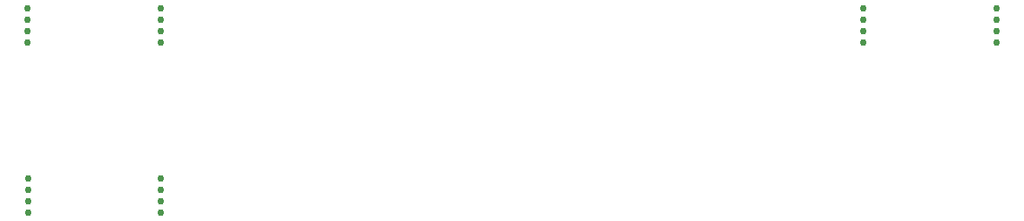
<source format=gbs>
%TF.GenerationSoftware,KiCad,Pcbnew,(7.0.0)*%
%TF.CreationDate,2023-11-20T08:37:48+01:00*%
%TF.ProjectId,plate,706c6174-652e-46b6-9963-61645f706362,rev?*%
%TF.SameCoordinates,Original*%
%TF.FileFunction,Soldermask,Bot*%
%TF.FilePolarity,Negative*%
%FSLAX46Y46*%
G04 Gerber Fmt 4.6, Leading zero omitted, Abs format (unit mm)*
G04 Created by KiCad (PCBNEW (7.0.0)) date 2023-11-20 08:37:48*
%MOMM*%
%LPD*%
G01*
G04 APERTURE LIST*
%ADD10C,0.750000*%
G04 APERTURE END LIST*
D10*
%TO.C,REF\u002A\u002A*%
X164556250Y-73501250D03*
X164556250Y-74771250D03*
X164556250Y-76041250D03*
X164556250Y-77311250D03*
%TD*%
%TO.C,*%
X149768750Y-76041250D03*
%TD*%
%TO.C,REF\u002A\u002A*%
X149768750Y-77311250D03*
X149768750Y-76041250D03*
X149768750Y-74771250D03*
X149768750Y-73501250D03*
%TD*%
%TO.C,REF\u002A\u002A*%
X164570760Y-92420354D03*
X164570760Y-93690354D03*
X164570760Y-94960354D03*
X164570760Y-96230354D03*
%TD*%
%TO.C,REF\u002A\u002A*%
X149783260Y-96230354D03*
X149783260Y-94960354D03*
X149783260Y-93690354D03*
X149783260Y-92420354D03*
%TD*%
%TO.C,*%
X149783260Y-94960354D03*
%TD*%
%TO.C,REF\u002A\u002A*%
X242637500Y-77311250D03*
X242637500Y-76041250D03*
X242637500Y-74771250D03*
X242637500Y-73501250D03*
%TD*%
%TO.C,REF\u002A\u002A*%
X257425000Y-73501250D03*
X257425000Y-74771250D03*
X257425000Y-76041250D03*
X257425000Y-77311250D03*
%TD*%
M02*

</source>
